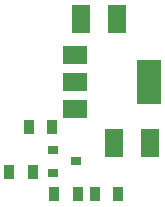
<source format=gbp>
G04*
G04 #@! TF.GenerationSoftware,Altium Limited,Altium Designer,19.0.15 (446)*
G04*
G04 Layer_Color=128*
%FSLAX23Y23*%
%MOIN*%
G70*
G01*
G75*
%ADD19R,0.037X0.051*%
%ADD51R,0.079X0.150*%
%ADD52R,0.079X0.059*%
%ADD53R,0.035X0.031*%
%ADD54R,0.063X0.094*%
D19*
X3771Y3090D02*
D03*
X3849D02*
D03*
X3784Y2940D02*
D03*
X3706D02*
D03*
X3856Y2865D02*
D03*
X3934D02*
D03*
X4069D02*
D03*
X3991D02*
D03*
D51*
X4171Y3240D02*
D03*
D52*
X3923Y3331D02*
D03*
Y3241D02*
D03*
Y3151D02*
D03*
D53*
X3929Y2975D02*
D03*
X3851Y2938D02*
D03*
Y3012D02*
D03*
D54*
X4064Y3450D02*
D03*
X3946D02*
D03*
X4056Y3035D02*
D03*
X4174D02*
D03*
M02*

</source>
